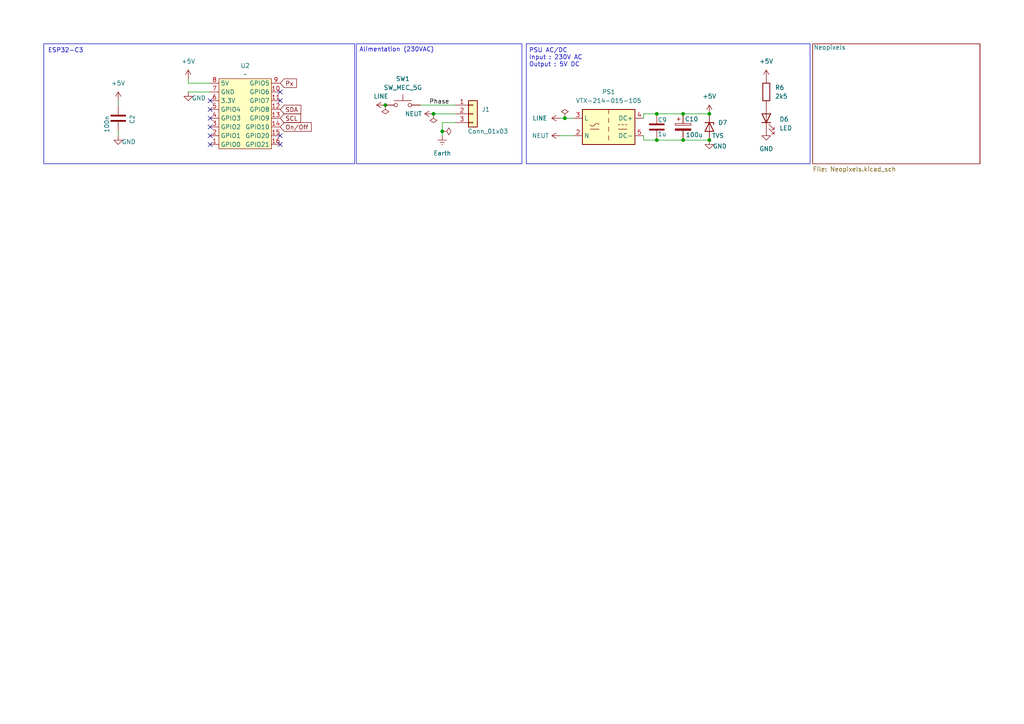
<source format=kicad_sch>
(kicad_sch (version 20250114) (generator "eeschema") (generator_version "9.0")
  (paper "A4")
  (title_block (title "PCB d'affichage connecté dans la salle") (date "2025-06-04") (comment 2 "Capodagli Janus"))
  (lib_symbols
    (symbol "Connector_Generic:Conn_01x03" (pin_names (offset 1.016) (hide yes))
      (property "Reference" "J" (at 0 5.08 0))
      (property "Value" "Conn_01x03" (at 0 -5.08 0))
      (symbol "Conn_01x03_1_1"
        (rectangle (start -1.27 3.81) (end 1.27 -3.81) (stroke (width 0.254)) (fill (type background)))
        (rectangle (start -1.27 2.667) (end 0 2.413) (stroke (width 0.1524)))
        (rectangle (start -1.27 0.127) (end 0 -0.127) (stroke (width 0.1524)))
        (rectangle (start -1.27 -2.413) (end 0 -2.667) (stroke (width 0.1524)))
        (pin passive line (at -5.08 2.54 0) (length 3.81) (name "Pin_1") (number "1"))
        (pin passive line (at -5.08 0 0) (length 3.81) (name "Pin_2") (number "2"))
        (pin passive line (at -5.08 -2.54 0) (length 3.81) (name "Pin_3") (number "3"))
      )
    )
    (symbol "Converter_ACDC:VTX-214-015-105"
      (property "Reference" "PS" (at 0 8.89 0))
      (property "Value" "VTX-214-015-105" (at 0 6.35 0))
      (symbol "VTX-214-015-105_0_1"
        (rectangle (start -7.62 5.08) (end 7.62 -5.08) (stroke (width 0.254)) (fill (type background)))
        (polyline (pts (xy -5.334 -0.635) (xy -2.794 -0.635)))
        (arc (start -4.064 0.635) (mid -4.699 0.2495) (end -5.334 0.635))
        (arc (start -4.064 0.635) (mid -3.429 1.0072) (end -2.794 0.635))
        (polyline (pts (xy 2.794 0.635) (xy 3.302 0.635)))
        (polyline (pts (xy 2.794 -0.635) (xy 5.334 -0.635)))
        (polyline (pts (xy 3.81 0.635) (xy 4.318 0.635)))
        (polyline (pts (xy 4.826 0.635) (xy 5.334 0.635)))
      )
      (symbol "VTX-214-015-105_1_1"
        (polyline (pts (xy 0 5.08) (xy 0 3.81)))
        (polyline (pts (xy 0 2.54) (xy 0 1.27)))
        (polyline (pts (xy 0 0) (xy 0 -1.27)))
        (polyline (pts (xy 0 -2.54) (xy 0 -3.81)))
        (pin power_in line (at -10.16 2.54 0) (length 2.54) (name "L") (number "3"))
        (pin power_in line (at -10.16 -2.54 0) (length 2.54) (name "N") (number "2"))
        (pin no_connect line (at 0 -5.08 90) (length 2.54) (hide yes) (name "FG") (number "1"))
        (pin power_out line (at 10.16 2.54 180) (length 2.54) (name "DC+") (number "4"))
        (pin power_out line (at 10.16 -2.54 180) (length 2.54) (name "DC-") (number "5"))
      )
    )
    (symbol "Device:C" (pin_numbers (hide yes)) (pin_names (offset 0.254))
      (property "Reference" "C" (at 0.635 2.54 0))
      (property "Value" "C" (at 0.635 -2.54 0))
      (symbol "C_0_1"
        (polyline (pts (xy -2.032 0.762) (xy 2.032 0.762)) (stroke (width 0.508)))
        (polyline (pts (xy -2.032 -0.762) (xy 2.032 -0.762)) (stroke (width 0.508)))
      )
      (symbol "C_1_1"
        (pin passive line (at 0 3.81 270) (length 2.794) (name "~") (number "1"))
        (pin passive line (at 0 -3.81 90) (length 2.794) (name "~") (number "2"))
      )
    )
    (symbol "Device:C_Polarized" (pin_numbers (hide yes)) (pin_names (offset 0.254))
      (property "Reference" "C" (at 0.635 2.54 0))
      (property "Value" "C_Polarized" (at 0.635 -2.54 0))
      (symbol "C_Polarized_0_1"
        (rectangle (start -2.286 0.508) (end 2.286 1.016))
        (polyline (pts (xy -1.778 2.286) (xy -0.762 2.286)))
        (polyline (pts (xy -1.27 2.794) (xy -1.27 1.778)))
        (rectangle (start 2.286 -0.508) (end -2.286 -1.016) (fill (type outline)))
      )
      (symbol "C_Polarized_1_1"
        (pin passive line (at 0 3.81 270) (length 2.794) (name "~") (number "1"))
        (pin passive line (at 0 -3.81 90) (length 2.794) (name "~") (number "2"))
      )
    )
    (symbol "Device:LED" (pin_numbers (hide yes)) (pin_names (offset 1.016) (hide yes))
      (property "Reference" "D" (at 0 2.54 0))
      (property "Value" "LED" (at 0 -2.54 0))
      (symbol "LED_0_1"
        (polyline (pts (xy -3.048 -0.762) (xy -4.572 -2.286) (xy -3.81 -2.286) (xy -4.572 -2.286) (xy -4.572 -1.524)))
        (polyline (pts (xy -1.778 -0.762) (xy -3.302 -2.286) (xy -2.54 -2.286) (xy -3.302 -2.286) (xy -3.302 -1.524)))
        (polyline (pts (xy -1.27 0) (xy 1.27 0)))
        (polyline (pts (xy -1.27 -1.27) (xy -1.27 1.27)) (stroke (width 0.254)))
        (polyline (pts (xy 1.27 -1.27) (xy 1.27 1.27) (xy -1.27 0) (xy 1.27 -1.27)) (stroke (width 0.254)))
      )
      (symbol "LED_1_1"
        (pin passive line (at -3.81 0 0) (length 2.54) (name "K") (number "1"))
        (pin passive line (at 3.81 0 180) (length 2.54) (name "A") (number "2"))
      )
    )
    (symbol "Device:R" (pin_numbers (hide yes)) (pin_names (offset 0))
      (property "Reference" "R" (at 2.032 0 90))
      (property "Value" "R" (at 0 0 90))
      (symbol "R_0_1"
        (rectangle (start -1.016 -2.54) (end 1.016 2.54) (stroke (width 0.254)))
      )
      (symbol "R_1_1"
        (pin passive line (at 0 3.81 270) (length 1.27) (name "~") (number "1"))
        (pin passive line (at 0 -3.81 90) (length 1.27) (name "~") (number "2"))
      )
    )
    (symbol "Diode:PTVS7V5Z1USK" (pin_numbers (hide yes)) (pin_names (hide yes))
      (property "Reference" "D" (at 0 2.54 0))
      (property "Value" "PTVS7V5Z1USK" (at 0 -2.54 0))
      (symbol "PTVS7V5Z1USK_0_1"
        (polyline (pts (xy -1.27 -1.27) (xy -1.27 1.27) (xy -0.762 1.27)) (stroke (width 0.254)))
        (polyline (pts (xy 1.27 0) (xy -1.27 0)))
        (polyline (pts (xy 1.27 -1.27) (xy 1.27 1.27) (xy -1.27 0) (xy 1.27 -1.27)) (stroke (width 0.254)))
      )
      (symbol "PTVS7V5Z1USK_1_1"
        (pin passive line (at -3.81 0 0) (length 2.54) (name "K") (number "1"))
        (pin passive line (at 3.81 0 180) (length 2.54) (name "A") (number "2"))
      )
    )
    (symbol "ESP32_C3_SuperMini:SuperMini_1"
      (property "Reference" "U" (at 0 0 0))
      (symbol "SuperMini_1_1_1"
        (rectangle (start -7.62 10.16) (end 7.62 -10.16) (fill (type background)))
        (pin input line (at -10.16 8.89 0) (length 2.54) (name "5V") (number "8"))
        (pin input line (at -10.16 6.35 0) (length 2.54) (name "GND") (number "7"))
        (pin input line (at -10.16 3.81 0) (length 2.54) (name "3.3V") (number "6"))
        (pin input line (at -10.16 1.27 0) (length 2.54) (name "GPIO4") (number "5"))
        (pin input line (at -10.16 -1.27 0) (length 2.54) (name "GPIO3") (number "4"))
        (pin input line (at -10.16 -3.81 0) (length 2.54) (name "GPIO2") (number "3"))
        (pin input line (at -10.16 -6.35 0) (length 2.54) (name "GPIO1") (number "2"))
        (pin input line (at -10.16 -8.89 0) (length 2.54) (name "GPIO0") (number "1"))
        (pin input line (at 10.16 8.89 180) (length 2.54) (name "GPIO5") (number "9"))
        (pin input line (at 10.16 6.35 180) (length 2.54) (name "GPIO6") (number "10"))
        (pin input line (at 10.16 3.81 180) (length 2.54) (name "GPIO7") (number "11"))
        (pin input line (at 10.16 1.27 180) (length 2.54) (name "GPIO8") (number "12"))
        (pin input line (at 10.16 -1.27 180) (length 2.54) (name "GPIO9") (number "13"))
        (pin input line (at 10.16 -3.81 180) (length 2.54) (name "GPIO10") (number "14"))
        (pin input line (at 10.16 -6.35 180) (length 2.54) (name "GPIO20") (number "15"))
        (pin input line (at 10.16 -8.89 180) (length 2.54) (name "GPIO21") (number "16"))
      )
    )
    (symbol "Switch:SW_MEC_5G" (pin_numbers (hide yes)) (pin_names (offset 1.016) (hide yes))
      (property "Reference" "SW" (at 1.27 2.54 0))
      (property "Value" "SW_MEC_5G" (at 0 -1.524 0))
      (symbol "SW_MEC_5G_0_1"
        (circle (center -2.032 0) (radius 0.508))
        (polyline (pts (xy 0 1.27) (xy 0 3.048)))
        (circle (center 2.032 0) (radius 0.508))
        (polyline (pts (xy 2.54 1.27) (xy -2.54 1.27)))
        (pin passive line (at -5.08 0 0) (length 2.54) (name "A") (number "1"))
        (pin passive line (at 5.08 0 180) (length 2.54) (name "B") (number "3"))
      )
      (symbol "SW_MEC_5G_1_1"
        (pin passive line (at -5.08 0 0) (length 2.54) (hide yes) (name "A") (number "2"))
        (pin passive line (at 5.08 0 180) (length 2.54) (hide yes) (name "B") (number "4"))
      )
    )
    (symbol "power:+5V" (power) (pin_numbers (hide yes)) (pin_names (offset 0) (hide yes))
      (property "Value" "+5V" (at 0 3.556 0))
      (symbol "+5V_0_1"
        (polyline (pts (xy -0.762 1.27) (xy 0 2.54)))
        (polyline (pts (xy 0 2.54) (xy 0.762 1.27)))
        (polyline (pts (xy 0 0) (xy 0 2.54)))
      )
      (symbol "+5V_1_1"
        (pin power_in line (at 0 0 90) (length 0) (name "~") (number "1"))
      )
    )
    (symbol "power:Earth" (power) (pin_numbers (hide yes)) (pin_names (offset 0) (hide yes))
      (property "Value" "Earth" (at 0 -3.81 0))
      (symbol "Earth_0_1"
        (polyline (pts (xy -0.635 -1.905) (xy 0.635 -1.905)))
        (polyline (pts (xy -0.127 -2.54) (xy 0.127 -2.54)))
        (polyline (pts (xy 0 -1.27) (xy 0 0)))
        (polyline (pts (xy 1.27 -1.27) (xy -1.27 -1.27)))
      )
      (symbol "Earth_1_1"
        (pin power_in line (at 0 0 270) (length 0) (name "~") (number "1"))
      )
    )
    (symbol "power:GND" (power) (pin_numbers (hide yes)) (pin_names (offset 0) (hide yes))
      (property "Value" "GND" (at 0 -3.81 0))
      (symbol "GND_0_1"
        (polyline (pts (xy 0 0) (xy 0 -1.27) (xy 1.27 -1.27) (xy 0 -2.54) (xy -1.27 -1.27) (xy 0 -1.27)))
      )
      (symbol "GND_1_1"
        (pin power_in line (at 0 0 270) (length 0) (name "~") (number "1"))
      )
    )
    (symbol "power:LINE" (power) (pin_numbers (hide yes)) (pin_names (offset 0) (hide yes))
      (property "Value" "LINE" (at 0 3.556 0))
      (symbol "LINE_0_1"
        (polyline (pts (xy -0.762 1.27) (xy 0 2.54)))
        (polyline (pts (xy 0 2.54) (xy 0.762 1.27)))
        (polyline (pts (xy 0 0) (xy 0 2.54)))
      )
      (symbol "LINE_1_1"
        (pin power_in line (at 0 0 90) (length 0) (name "~") (number "1"))
      )
    )
    (symbol "power:NEUT" (power) (pin_numbers (hide yes)) (pin_names (offset 0) (hide yes))
      (property "Value" "NEUT" (at 0 3.556 0))
      (symbol "NEUT_0_1"
        (polyline (pts (xy -0.762 1.27) (xy 0 2.54)))
        (polyline (pts (xy 0 2.54) (xy 0.762 1.27)))
        (polyline (pts (xy 0 0) (xy 0 2.54)))
      )
      (symbol "NEUT_1_1"
        (pin power_in line (at 0 0 90) (length 0) (name "~") (number "1"))
      )
    )
    (symbol "power:PWR_FLAG" (power) (pin_numbers (hide yes)) (pin_names (offset 0) (hide yes))
      (property "Value" "PWR_FLAG" (at 0 3.81 0))
      (symbol "PWR_FLAG_0_0"
        (pin power_out line (at 0 0 90) (length 0) (name "~") (number "1"))
      )
      (symbol "PWR_FLAG_0_1"
        (polyline (pts (xy 0 0) (xy 0 1.27) (xy -1.016 1.905) (xy 0 2.54) (xy 1.016 1.905) (xy 0 1.27)))
      )
    )
  )
  (rectangle (start 12.7 12.7) (end 102.87 47.498))
  (rectangle (start 152.654 12.7) (end 234.95 47.498))
  (rectangle (start 103.378 12.7) (end 151.384 47.498))
  (text "Alimentation (230VAC)\n" (at 115.062 14.478 0) (effects (font (size 1.27 1.27))))
  (text "PSU AC/DC \nInput : 230V AC\nOutput : 5V DC" (at 153.416 16.764 0) (effects (font (size 1.27 1.27)) (justify left)))
  (text "ESP32-C3" (at 19.05 14.732 0) (effects (font (size 1.27 1.27))))
  (junction (at 198.12 40.64))
  (junction (at 190.5 33.02))
  (junction (at 163.83 34.29))
  (junction (at 198.12 33.02))
  (junction (at 128.27 38.1))
  (junction (at 190.5 40.64))
  (junction (at 205.74 40.64))
  (junction (at 205.74 33.02))
  (junction (at 125.73 33.02))
  (junction (at 111.76 30.48))
  (no_connect (at 60.96 36.83))
  (no_connect (at 60.96 31.75))
  (no_connect (at 60.96 34.29))
  (no_connect (at 60.96 29.21))
  (no_connect (at 81.28 26.67))
  (no_connect (at 81.28 41.91))
  (no_connect (at 81.28 39.37))
  (no_connect (at 60.96 41.91))
  (no_connect (at 81.28 29.21))
  (no_connect (at 60.96 39.37))
  (wire (pts (xy 186.69 33.02) (xy 190.5 33.02)))
  (wire (pts (xy 54.61 24.13) (xy 60.96 24.13)))
  (wire (pts (xy 128.27 38.1) (xy 128.27 39.37)))
  (wire (pts (xy 34.29 38.1) (xy 34.29 39.37)))
  (wire (pts (xy 186.69 34.29) (xy 186.69 33.02)))
  (wire (pts (xy 190.5 33.02) (xy 198.12 33.02)))
  (wire (pts (xy 54.61 22.86) (xy 54.61 24.13)))
  (wire (pts (xy 163.83 34.29) (xy 166.37 34.29)))
  (wire (pts (xy 186.69 40.64) (xy 190.5 40.64)))
  (wire (pts (xy 198.12 40.64) (xy 205.74 40.64)))
  (wire (pts (xy 121.92 30.48) (xy 132.08 30.48)))
  (wire (pts (xy 54.61 26.67) (xy 60.96 26.67)))
  (wire (pts (xy 128.27 35.56) (xy 128.27 38.1)))
  (wire (pts (xy 125.73 33.02) (xy 132.08 33.02)))
  (wire (pts (xy 186.69 39.37) (xy 186.69 40.64)))
  (wire (pts (xy 166.37 39.37) (xy 162.56 39.37)))
  (wire (pts (xy 198.12 33.02) (xy 205.74 33.02)))
  (wire (pts (xy 132.08 35.56) (xy 128.27 35.56)))
  (wire (pts (xy 162.56 34.29) (xy 163.83 34.29)))
  (wire (pts (xy 190.5 40.64) (xy 198.12 40.64)))
  (wire (pts (xy 34.29 29.21) (xy 34.29 30.48)))
  (label "Phase" (at 124.46 30.48 0))
  (global_label "SCL" (shape input) (at 81.28 34.29 0) (property "Intersheetrefs" "${INTERSHEET_REFS}" (effects (hide yes))))
  (global_label "Px" (shape input) (at 81.28 24.13 0) (property "Intersheetrefs" "${INTERSHEET_REFS}" (effects (hide yes))))
  (global_label "SDA" (shape input) (at 81.28 31.75 0) (property "Intersheetrefs" "${INTERSHEET_REFS}" (effects (hide yes))))
  (global_label "On{slash}Off" (shape input) (at 81.28 36.83 0) (property "Intersheetrefs" "${INTERSHEET_REFS}" (effects (hide yes))))
  (symbol (lib_id "ESP32_C3_SuperMini:SuperMini_1") (at 71.12 33.02 0) (unit 1)
    (property "Reference" "U2" (at 71.12 19.05 0))
    (property "Value" "~" (at 71.12 21.59 0))
    (property "Footprint" "ESP32_C3_SuperMini:C3_SuperMini" (effects (hide yes)))
    (property "Datasheet" "https://www.sudo.is/docs/esphome/boards/esp32c3supermini/" (effects (hide yes)))
    (property "MPN" "ESP-C3 SuperMini" (effects (hide yes)))
  )
  (symbol (lib_id "power:+5V") (at 54.61 22.86 0) (unit 1)
    (property "Reference" "#PWR0106" (effects (hide yes)))
    (property "Value" "+5V" (at 54.61 17.78 0))
    (property "Description" "Power symbol creates a global label with name \"+5V\"" (effects (hide yes)))
  )
  (symbol (lib_id "power:+5V") (at 222.25 22.86 0) (unit 1)
    (property "Reference" "#PWR020" (effects (hide yes)))
    (property "Value" "+5V" (at 222.25 17.78 0))
    (property "Description" "Power symbol creates a global label with name \"+5V\"" (effects (hide yes)))
  )
  (symbol (lib_id "power:GND") (at 222.25 38.1 0) (unit 1)
    (property "Reference" "#PWR021" (effects (hide yes)))
    (property "Value" "GND" (at 222.25 43.18 0))
    (property "Description" "Power symbol creates a global label with name \"GND\" , ground" (effects (hide yes)))
  )
  (symbol (lib_id "Connector_Generic:Conn_01x03") (at 137.16 33.02 0) (unit 1)
    (property "Reference" "J1" (at 139.7 31.7499 0) (effects (justify left)))
    (property "Value" "Conn_01x03" (at 135.636 38.1 0) (effects (justify left)))
    (property "Description" "Generic connector, single row, 01x03, script generated (kicad-library-utils/schlib/autogen/connector/)" (effects (hide yes)))
  )
  (symbol (lib_id "power:PWR_FLAG") (at 128.27 38.1 270) (unit 1)
    (property "Reference" "#FLG03" (effects (hide yes)))
    (property "Value" "PWR_FLAG" (effects (hide yes)))
    (property "Description" "Special symbol for telling ERC where power comes from" (effects (hide yes)))
  )
  (symbol (lib_id "Converter_ACDC:VTX-214-015-105") (at 176.53 36.83 0) (unit 1)
    (property "Reference" "PS1" (at 176.53 26.67 0))
    (property "Value" "VTX-214-015-105" (at 176.53 29.21 0))
    (property "Footprint" "Converter_ACDC:Converter_ACDC_Vigortronix_VTX-214-015-1xx_THT" (effects (hide yes)))
    (property "Datasheet" "http://www.vigortronix.com/15WattSMPSPCBModuleAC-DC" (effects (hide yes)))
    (property "Description" "5V Vigortronix 15W ACDC Converters" (effects (hide yes)))
  )
  (symbol (lib_id "power:LINE") (at 162.56 34.29 90) (unit 1)
    (property "Reference" "#PWR025" (effects (hide yes)))
    (property "Value" "LINE" (at 158.75 34.2899 90) (effects (justify left)))
    (property "Description" "Power symbol creates a global label with name \"LINE\"" (effects (hide yes)))
  )
  (symbol (lib_id "power:GND") (at 34.29 39.37 0) (unit 1)
    (property "Reference" "#PWR0105" (effects (hide yes)))
    (property "Value" "GND" (at 37.338 41.148 0))
    (property "Description" "Power symbol creates a global label with name \"GND\" , ground" (effects (hide yes)))
  )
  (symbol (lib_id "Device:C") (at 34.29 34.29 0) (unit 1)
    (property "Reference" "C2" (at 38.354 33.274 90) (effects (justify right)))
    (property "Value" "100n" (at 30.988 33.528 90) (effects (justify right)))
    (property "Footprint" "Capacitor_SMD:C_0603_1608Metric_Pad1.08x0.95mm_HandSolder" (effects (hide yes)))
    (property "Description" "Unpolarized capacitor" (effects (hide yes)))
  )
  (symbol (lib_id "power:NEUT") (at 162.56 39.37 90) (unit 1)
    (property "Reference" "#PWR04" (effects (hide yes)))
    (property "Value" "NEUT" (at 159.258 39.37 90) (effects (justify left)))
    (property "Description" "Power symbol creates a global label with name \"NEUT\"" (effects (hide yes)))
  )
  (symbol (lib_id "Device:C") (at 190.5 36.83 0) (unit 1)
    (property "Reference" "C9" (at 190.754 34.798 0) (effects (justify left)))
    (property "Value" "1u" (at 190.754 38.862 0) (effects (justify left)))
    (property "Footprint" "Capacitor_SMD:C_0201_0603Metric_Pad0.64x0.40mm_HandSolder" (effects (hide yes)))
    (property "Datasheet" "https://www.we-online.com/components/products/datasheet/885012206076.pdf" (effects (hide yes)))
    (property "Description" "Unpolarized capacitor" (effects (hide yes)))
    (property "MPN" "885012206076" (effects (hide yes)))
  )
  (symbol (lib_id "power:PWR_FLAG") (at 125.73 33.02 180) (unit 1)
    (property "Reference" "#FLG02" (effects (hide yes)))
    (property "Value" "PWR_FLAG" (effects (hide yes)))
    (property "Description" "Special symbol for telling ERC where power comes from" (effects (hide yes)))
  )
  (symbol (lib_id "Device:LED") (at 222.25 34.29 90) (unit 1)
    (property "Reference" "D6" (at 226.06 34.6074 90) (effects (justify right)))
    (property "Value" "LED" (at 226.06 37.1474 90) (effects (justify right)))
    (property "Footprint" "LED_SMD:LED_0603_1608Metric_Pad1.05x0.95mm_HandSolder" (effects (hide yes)))
    (property "Datasheet" "https://www.we-online.com/components/products/datasheet/150060GS55040.pdf" (effects (hide yes)))
    (property "Description" "Light emitting diode" (effects (hide yes)))
    (property "Sim.Pins" "1=K 2=A" (effects (hide yes)))
    (property "MPN" "150060GS55040" (effects (hide yes)))
  )
  (symbol (lib_id "Switch:SW_MEC_5G") (at 116.84 30.48 0) (unit 1)
    (property "Reference" "SW1" (at 116.84 22.86 0))
    (property "Value" "SW_MEC_5G" (at 116.84 25.4 0))
    (property "Footprint" "Switch:Wurth_2pin_P5.0mm" (effects (hide yes)))
    (property "Datasheet" "https://www.farnell.com/datasheets/1442225.pdf" (effects (hide yes)))
    (property "Description" "Wurth Elektronik, 5.0mm Pitch, 3117, 2 Way, Pluggable Terminal Block, Header, Through Hole, Solder Termination," (effects (hide yes)))
  )
  (symbol (lib_id "power:Earth") (at 128.27 39.37 0) (unit 1)
    (property "Reference" "#PWR0101" (effects (hide yes)))
    (property "Value" "Earth" (at 128.27 44.45 0))
    (property "Description" "Power symbol creates a global label with name \"Earth\"" (effects (hide yes)))
  )
  (symbol (lib_id "power:NEUT") (at 125.73 33.02 90) (unit 1)
    (property "Reference" "#PWR03" (effects (hide yes)))
    (property "Value" "NEUT" (at 122.428 33.02 90) (effects (justify left)))
    (property "Description" "Power symbol creates a global label with name \"NEUT\"" (effects (hide yes)))
  )
  (symbol (lib_id "power:LINE") (at 111.76 30.48 90) (unit 1)
    (property "Reference" "#PWR0102" (effects (hide yes)))
    (property "Value" "LINE" (at 110.49 27.94 90))
    (property "Description" "Power symbol creates a global label with name \"LINE\"" (effects (hide yes)))
  )
  (symbol (lib_id "Diode:PTVS7V5Z1USK") (at 205.74 36.83 270) (unit 1)
    (property "Reference" "D7" (at 208.28 35.5599 90) (effects (justify left)))
    (property "Value" "TVS" (at 206.502 39.37 90) (effects (justify left)))
    (property "Footprint" "Diode_SMD:D_SMA-SMB_Universal_Handsoldering" (effects (hide yes)))
    (property "Datasheet" "https://docs.rs-online.com/3083/0900766b814c16b5.pdf" (effects (hide yes)))
    (property "Description" "7.5V, 2200W TVS unidirectional diode, DSN1608-2" (effects (hide yes)))
    (property "MPN" "824521700" (effects (hide yes)))
  )
  (symbol (lib_id "power:+5V") (at 34.29 29.21 0) (unit 1)
    (property "Reference" "#PWR010" (effects (hide yes)))
    (property "Value" "+5V" (at 34.29 24.13 0))
    (property "Description" "Power symbol creates a global label with name \"+5V\"" (effects (hide yes)))
  )
  (symbol (lib_id "power:GND") (at 205.74 40.64 0) (unit 1)
    (property "Reference" "#PWR027" (effects (hide yes)))
    (property "Value" "GND" (at 208.788 42.418 0))
    (property "Description" "Power symbol creates a global label with name \"GND\" , ground" (effects (hide yes)))
  )
  (symbol (lib_id "power:+5V") (at 205.74 33.02 0) (unit 1)
    (property "Reference" "#PWR026" (effects (hide yes)))
    (property "Value" "+5V" (at 205.74 27.94 0))
    (property "Description" "Power symbol creates a global label with name \"+5V\"" (effects (hide yes)))
  )
  (symbol (lib_id "power:PWR_FLAG") (at 111.76 30.48 180) (unit 1)
    (property "Reference" "#FLG01" (effects (hide yes)))
    (property "Value" "PWR_FLAG" (effects (hide yes)))
    (property "Description" "Special symbol for telling ERC where power comes from" (effects (hide yes)))
  )
  (symbol (lib_id "Device:R") (at 222.25 26.67 0) (unit 1)
    (property "Reference" "R6" (at 224.79 25.3999 0) (effects (justify left)))
    (property "Value" "2k5" (at 224.79 27.9399 0) (effects (justify left)))
    (property "Footprint" "Resistor_SMD:R_0603_1608Metric_Pad0.98x0.95mm_HandSolder" (effects (hide yes)))
    (property "Description" "Resistor" (effects (hide yes)))
  )
  (symbol (lib_id "power:GND") (at 54.61 26.67 0) (unit 1)
    (property "Reference" "#PWR09" (effects (hide yes)))
    (property "Value" "GND" (at 57.658 28.448 0))
    (property "Description" "Power symbol creates a global label with name \"GND\" , ground" (effects (hide yes)))
  )
  (symbol (lib_id "power:PWR_FLAG") (at 163.83 34.29 0) (unit 1)
    (property "Reference" "#FLG04" (effects (hide yes)))
    (property "Value" "PWR_FLAG" (effects (hide yes)))
    (property "Description" "Special symbol for telling ERC where power comes from" (effects (hide yes)))
  )
  (symbol (lib_id "Device:C_Polarized") (at 198.12 36.83 0) (unit 1)
    (property "Reference" "C10" (at 198.628 34.544 0) (effects (justify left)))
    (property "Value" "100u" (at 198.882 39.116 0) (effects (justify left)))
    (property "Footprint" "Capacitor:Wurth-100u" (effects (hide yes)))
    (property "Datasheet" "https://www.we-online.com/components/products/datasheet/865060445005.pdf" (effects (hide yes)))
    (property "Description" "Polarized capacitor-wurth" (effects (hide yes)))
    (property "MPN" "865060445005" (effects (hide yes)))
  )
  (sheet (at 235.712 12.7) (size 48.514 34.798) (stroke (width 0.1524))
    (property "Sheetname" "Neopixels" (at 235.966 14.478 0) (effects (justify left bottom)))
    (property "Sheetfile" "Neopixels.kicad_sch" (at 235.712 48.3366 0) (effects (justify left top)))
  )
)
</source>
